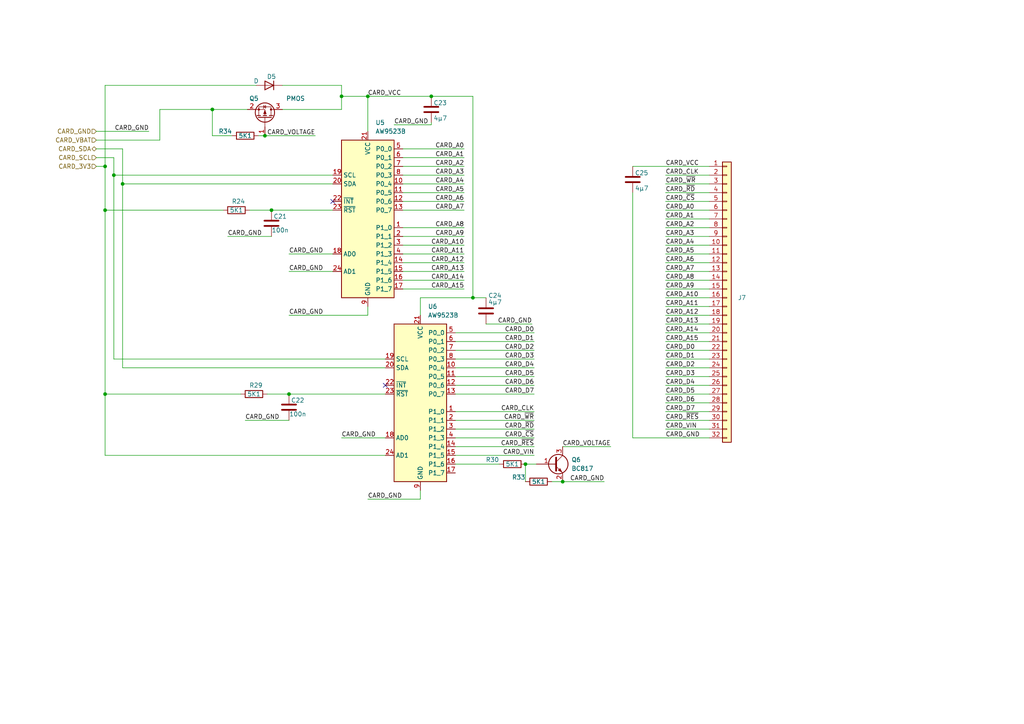
<source format=kicad_sch>
(kicad_sch (version 20231120) (generator "eeschema") (generator_version "8.0")
  (paper "A4")
  (lib_symbols
    (symbol "Connector_Generic:Conn_01x32" (pin_names (offset 1.016) hide)
      (property "Reference" "J" (at 0 40.64 0))
      (property "Value" "Conn_01x32" (at 0 -43.18 0))
      (symbol "Conn_01x32_1_1"
        (rectangle (start -1.27 -40.513) (end 0 -40.767) (stroke (width 0.1524)))
        (rectangle (start -1.27 -37.973) (end 0 -38.227) (stroke (width 0.1524)))
        (rectangle (start -1.27 -35.433) (end 0 -35.687) (stroke (width 0.1524)))
        (rectangle (start -1.27 -32.893) (end 0 -33.147) (stroke (width 0.1524)))
        (rectangle (start -1.27 -30.353) (end 0 -30.607) (stroke (width 0.1524)))
        (rectangle (start -1.27 -27.813) (end 0 -28.067) (stroke (width 0.1524)))
        (rectangle (start -1.27 -25.273) (end 0 -25.527) (stroke (width 0.1524)))
        (rectangle (start -1.27 -22.733) (end 0 -22.987) (stroke (width 0.1524)))
        (rectangle (start -1.27 -20.193) (end 0 -20.447) (stroke (width 0.1524)))
        (rectangle (start -1.27 -17.653) (end 0 -17.907) (stroke (width 0.1524)))
        (rectangle (start -1.27 -15.113) (end 0 -15.367) (stroke (width 0.1524)))
        (rectangle (start -1.27 -12.573) (end 0 -12.827) (stroke (width 0.1524)))
        (rectangle (start -1.27 -10.033) (end 0 -10.287) (stroke (width 0.1524)))
        (rectangle (start -1.27 -7.493) (end 0 -7.747) (stroke (width 0.1524)))
        (rectangle (start -1.27 -4.953) (end 0 -5.207) (stroke (width 0.1524)))
        (rectangle (start -1.27 -2.413) (end 0 -2.667) (stroke (width 0.1524)))
        (rectangle (start -1.27 0.127) (end 0 -0.127) (stroke (width 0.1524)))
        (rectangle (start -1.27 2.667) (end 0 2.413) (stroke (width 0.1524)))
        (rectangle (start -1.27 5.207) (end 0 4.953) (stroke (width 0.1524)))
        (rectangle (start -1.27 7.747) (end 0 7.493) (stroke (width 0.1524)))
        (rectangle (start -1.27 10.287) (end 0 10.033) (stroke (width 0.1524)))
        (rectangle (start -1.27 12.827) (end 0 12.573) (stroke (width 0.1524)))
        (rectangle (start -1.27 15.367) (end 0 15.113) (stroke (width 0.1524)))
        (rectangle (start -1.27 17.907) (end 0 17.653) (stroke (width 0.1524)))
        (rectangle (start -1.27 20.447) (end 0 20.193) (stroke (width 0.1524)))
        (rectangle (start -1.27 22.987) (end 0 22.733) (stroke (width 0.1524)))
        (rectangle (start -1.27 25.527) (end 0 25.273) (stroke (width 0.1524)))
        (rectangle (start -1.27 28.067) (end 0 27.813) (stroke (width 0.1524)))
        (rectangle (start -1.27 30.607) (end 0 30.353) (stroke (width 0.1524)))
        (rectangle (start -1.27 33.147) (end 0 32.893) (stroke (width 0.1524)))
        (rectangle (start -1.27 35.687) (end 0 35.433) (stroke (width 0.1524)))
        (rectangle (start -1.27 38.227) (end 0 37.973) (stroke (width 0.1524)))
        (rectangle (start -1.27 39.37) (end 1.27 -41.91) (stroke (width 0.254)) (fill (type background)))
        (pin passive line (at -5.08 38.1 0) (length 3.81) (name "Pin_1") (number "1"))
        (pin passive line (at -5.08 15.24 0) (length 3.81) (name "Pin_10") (number "10"))
        (pin passive line (at -5.08 12.7 0) (length 3.81) (name "Pin_11") (number "11"))
        (pin passive line (at -5.08 10.16 0) (length 3.81) (name "Pin_12") (number "12"))
        (pin passive line (at -5.08 7.62 0) (length 3.81) (name "Pin_13") (number "13"))
        (pin passive line (at -5.08 5.08 0) (length 3.81) (name "Pin_14") (number "14"))
        (pin passive line (at -5.08 2.54 0) (length 3.81) (name "Pin_15") (number "15"))
        (pin passive line (at -5.08 0 0) (length 3.81) (name "Pin_16") (number "16"))
        (pin passive line (at -5.08 -2.54 0) (length 3.81) (name "Pin_17") (number "17"))
        (pin passive line (at -5.08 -5.08 0) (length 3.81) (name "Pin_18") (number "18"))
        (pin passive line (at -5.08 -7.62 0) (length 3.81) (name "Pin_19") (number "19"))
        (pin passive line (at -5.08 35.56 0) (length 3.81) (name "Pin_2") (number "2"))
        (pin passive line (at -5.08 -10.16 0) (length 3.81) (name "Pin_20") (number "20"))
        (pin passive line (at -5.08 -12.7 0) (length 3.81) (name "Pin_21") (number "21"))
        (pin passive line (at -5.08 -15.24 0) (length 3.81) (name "Pin_22") (number "22"))
        (pin passive line (at -5.08 -17.78 0) (length 3.81) (name "Pin_23") (number "23"))
        (pin passive line (at -5.08 -20.32 0) (length 3.81) (name "Pin_24") (number "24"))
        (pin passive line (at -5.08 -22.86 0) (length 3.81) (name "Pin_25") (number "25"))
        (pin passive line (at -5.08 -25.4 0) (length 3.81) (name "Pin_26") (number "26"))
        (pin passive line (at -5.08 -27.94 0) (length 3.81) (name "Pin_27") (number "27"))
        (pin passive line (at -5.08 -30.48 0) (length 3.81) (name "Pin_28") (number "28"))
        (pin passive line (at -5.08 -33.02 0) (length 3.81) (name "Pin_29") (number "29"))
        (pin passive line (at -5.08 33.02 0) (length 3.81) (name "Pin_3") (number "3"))
        (pin passive line (at -5.08 -35.56 0) (length 3.81) (name "Pin_30") (number "30"))
        (pin passive line (at -5.08 -38.1 0) (length 3.81) (name "Pin_31") (number "31"))
        (pin passive line (at -5.08 -40.64 0) (length 3.81) (name "Pin_32") (number "32"))
        (pin passive line (at -5.08 30.48 0) (length 3.81) (name "Pin_4") (number "4"))
        (pin passive line (at -5.08 27.94 0) (length 3.81) (name "Pin_5") (number "5"))
        (pin passive line (at -5.08 25.4 0) (length 3.81) (name "Pin_6") (number "6"))
        (pin passive line (at -5.08 22.86 0) (length 3.81) (name "Pin_7") (number "7"))
        (pin passive line (at -5.08 20.32 0) (length 3.81) (name "Pin_8") (number "8"))
        (pin passive line (at -5.08 17.78 0) (length 3.81) (name "Pin_9") (number "9"))
      )
    )
    (symbol "Device:C" (pin_numbers hide) (pin_names (offset 0.254))
      (property "Reference" "C" (at 0.635 2.54 0))
      (property "Value" "C" (at 0.635 -2.54 0))
      (symbol "C_0_1"
        (polyline (pts (xy -2.032 -0.762) (xy 2.032 -0.762)) (stroke (width 0.508)))
        (polyline (pts (xy -2.032 0.762) (xy 2.032 0.762)) (stroke (width 0.508)))
      )
      (symbol "C_1_1"
        (pin passive line (at 0 3.81 270) (length 2.794) (name "~") (number "1"))
        (pin passive line (at 0 -3.81 90) (length 2.794) (name "~") (number "2"))
      )
    )
    (symbol "Device:D" (pin_numbers hide) (pin_names (offset 1.016) hide)
      (property "Reference" "D" (at 0 2.54 0))
      (property "Value" "D" (at 0 -2.54 0))
      (symbol "D_0_1"
        (polyline (pts (xy -1.27 1.27) (xy -1.27 -1.27)) (stroke (width 0.254)))
        (polyline (pts (xy 1.27 0) (xy -1.27 0)))
        (polyline (pts (xy 1.27 1.27) (xy 1.27 -1.27) (xy -1.27 0) (xy 1.27 1.27)) (stroke (width 0.254)))
      )
      (symbol "D_1_1"
        (pin passive line (at -3.81 0 0) (length 2.54) (name "K") (number "1"))
        (pin passive line (at 3.81 0 180) (length 2.54) (name "A") (number "2"))
      )
    )
    (symbol "Device:Q_PMOS_GSD" (pin_names (offset 0) hide)
      (property "Reference" "Q" (at 5.08 1.27 0))
      (property "Value" "Q_PMOS_GSD" (at 5.08 -1.27 0))
      (symbol "Q_PMOS_GSD_0_1"
        (polyline (pts (xy 0.254 0) (xy -2.54 0)))
        (polyline (pts (xy 0.254 1.905) (xy 0.254 -1.905)) (stroke (width 0.254)))
        (polyline (pts (xy 0.762 -1.27) (xy 0.762 -2.286)) (stroke (width 0.254)))
        (polyline (pts (xy 0.762 0.508) (xy 0.762 -0.508)) (stroke (width 0.254)))
        (polyline (pts (xy 0.762 2.286) (xy 0.762 1.27)) (stroke (width 0.254)))
        (polyline (pts (xy 2.54 2.54) (xy 2.54 1.778)))
        (polyline (pts (xy 2.54 -2.54) (xy 2.54 0) (xy 0.762 0)))
        (polyline (pts (xy 0.762 1.778) (xy 3.302 1.778) (xy 3.302 -1.778) (xy 0.762 -1.778)))
        (polyline (pts (xy 2.286 0) (xy 1.27 0.381) (xy 1.27 -0.381) (xy 2.286 0)) (fill (type outline)))
        (polyline (pts (xy 2.794 -0.508) (xy 2.921 -0.381) (xy 3.683 -0.381) (xy 3.81 -0.254)))
        (polyline (pts (xy 3.302 -0.381) (xy 2.921 0.254) (xy 3.683 0.254) (xy 3.302 -0.381)))
        (circle (center 1.651 0) (radius 2.794) (stroke (width 0.254)))
        (circle (center 2.54 -1.778) (radius 0.254) (fill (type outline)))
        (circle (center 2.54 1.778) (radius 0.254) (fill (type outline)))
      )
      (symbol "Q_PMOS_GSD_1_1"
        (pin input line (at -5.08 0 0) (length 2.54) (name "G") (number "1"))
        (pin passive line (at 2.54 -5.08 90) (length 2.54) (name "S") (number "2"))
        (pin passive line (at 2.54 5.08 270) (length 2.54) (name "D") (number "3"))
      )
    )
    (symbol "Device:R" (pin_numbers hide) (pin_names (offset 0))
      (property "Reference" "R" (at 2.032 0 90))
      (property "Value" "R" (at 0 0 90))
      (symbol "R_0_1"
        (rectangle (start -1.016 -2.54) (end 1.016 2.54) (stroke (width 0.254)))
      )
      (symbol "R_1_1"
        (pin passive line (at 0 3.81 270) (length 1.27) (name "~") (number "1"))
        (pin passive line (at 0 -3.81 90) (length 1.27) (name "~") (number "2"))
      )
    )
    (symbol "Interface_Expansion:AW9523B"
      (property "Reference" "U" (at -5.08 26.67 0))
      (property "Value" "AW9523B" (at 6.35 26.67 0))
      (symbol "AW9523B_1_1"
        (rectangle (start -7.62 22.86) (end 7.62 -22.86) (stroke (width 0.254)) (fill (type background)))
        (pin bidirectional line (at 10.16 -2.54 180) (length 2.54) (name "P1_0") (number "1"))
        (pin bidirectional line (at 10.16 10.16 180) (length 2.54) (name "P0_4") (number "10"))
        (pin bidirectional line (at 10.16 7.62 180) (length 2.54) (name "P0_5") (number "11"))
        (pin bidirectional line (at 10.16 5.08 180) (length 2.54) (name "P0_6") (number "12"))
        (pin bidirectional line (at 10.16 2.54 180) (length 2.54) (name "P0_7") (number "13"))
        (pin bidirectional line (at 10.16 -12.7 180) (length 2.54) (name "P1_4") (number "14"))
        (pin bidirectional line (at 10.16 -15.24 180) (length 2.54) (name "P1_5") (number "15"))
        (pin bidirectional line (at 10.16 -17.78 180) (length 2.54) (name "P1_6") (number "16"))
        (pin bidirectional line (at 10.16 -20.32 180) (length 2.54) (name "P1_7") (number "17"))
        (pin input line (at -10.16 -10.16 0) (length 2.54) (name "AD0") (number "18"))
        (pin input line (at -10.16 12.7 0) (length 2.54) (name "SCL") (number "19"))
        (pin bidirectional line (at 10.16 -5.08 180) (length 2.54) (name "P1_1") (number "2"))
        (pin bidirectional line (at -10.16 10.16 0) (length 2.54) (name "SDA") (number "20"))
        (pin power_in line (at 0 25.4 270) (length 2.54) (name "VCC") (number "21"))
        (pin open_collector line (at -10.16 5.08 0) (length 2.54) (name "~{INT}") (number "22"))
        (pin input line (at -10.16 2.54 0) (length 2.54) (name "~{RST}") (number "23"))
        (pin input line (at -10.16 -15.24 0) (length 2.54) (name "AD1") (number "24"))
        (pin passive line (at 0 -25.4 90) (length 2.54) hide (name "GND") (number "25"))
        (pin bidirectional line (at 10.16 -7.62 180) (length 2.54) (name "P1_2") (number "3"))
        (pin bidirectional line (at 10.16 -10.16 180) (length 2.54) (name "P1_3") (number "4"))
        (pin bidirectional line (at 10.16 20.32 180) (length 2.54) (name "P0_0") (number "5"))
        (pin bidirectional line (at 10.16 17.78 180) (length 2.54) (name "P0_1") (number "6"))
        (pin bidirectional line (at 10.16 15.24 180) (length 2.54) (name "P0_2") (number "7"))
        (pin bidirectional line (at 10.16 12.7 180) (length 2.54) (name "P0_3") (number "8"))
        (pin power_in line (at 0 -25.4 90) (length 2.54) (name "GND") (number "9"))
      )
    )
    (symbol "Transistor_BJT:BC817" (pin_names (offset 0) hide)
      (property "Reference" "Q" (at 5.08 1.905 0))
      (property "Value" "BC817" (at 5.08 0 0))
      (symbol "BC817_0_1"
        (polyline (pts (xy 0.635 0.635) (xy 2.54 2.54)))
        (polyline (pts (xy 0.635 -0.635) (xy 2.54 -2.54) (xy 2.54 -2.54)))
        (polyline (pts (xy 0.635 1.905) (xy 0.635 -1.905) (xy 0.635 -1.905)) (stroke (width 0.508)))
        (polyline (pts (xy 1.27 -1.778) (xy 1.778 -1.27) (xy 2.286 -2.286) (xy 1.27 -1.778) (xy 1.27 -1.778)) (fill (type outline)))
        (circle (center 1.27 0) (radius 2.8194) (stroke (width 0.254)))
      )
      (symbol "BC817_1_1"
        (pin input line (at -5.08 0 0) (length 5.715) (name "B") (number "1"))
        (pin passive line (at 2.54 -5.08 90) (length 2.54) (name "E") (number "2"))
        (pin passive line (at 2.54 5.08 270) (length 2.54) (name "C") (number "3"))
      )
    )
  )
  (junction (at 106.68 27.94))
  (junction (at 152.4 134.62))
  (junction (at 137.16 86.36))
  (junction (at 33.02 50.8))
  (junction (at 125.095 27.94))
  (junction (at 61.595 31.75))
  (junction (at 78.74 60.96))
  (junction (at 30.48 114.3))
  (junction (at 163.195 139.7))
  (junction (at 76.835 39.37))
  (junction (at 30.48 60.96))
  (junction (at 30.48 48.26))
  (junction (at 83.82 114.3))
  (junction (at 99.06 27.94))
  (junction (at 35.56 53.34))
  (no_connect (at 96.52 58.42))
  (no_connect (at 111.76 111.76))
  (wire (pts (xy 132.08 132.08) (xy 154.94 132.08)))
  (wire (pts (xy 132.08 96.52) (xy 154.94 96.52)))
  (wire (pts (xy 160.02 139.7) (xy 163.195 139.7)))
  (wire (pts (xy 193.04 111.76) (xy 205.74 111.76)))
  (wire (pts (xy 116.84 68.58) (xy 134.62 68.58)))
  (wire (pts (xy 116.84 81.28) (xy 134.62 81.28)))
  (wire (pts (xy 193.04 63.5) (xy 205.74 63.5)))
  (wire (pts (xy 193.04 53.34) (xy 205.74 53.34)))
  (wire (pts (xy 132.08 109.22) (xy 154.94 109.22)))
  (wire (pts (xy 132.08 101.6) (xy 154.94 101.6)))
  (wire (pts (xy 193.04 114.3) (xy 205.74 114.3)))
  (wire (pts (xy 30.48 60.96) (xy 30.48 114.3)))
  (wire (pts (xy 46.355 31.75) (xy 61.595 31.75)))
  (wire (pts (xy 193.04 73.66) (xy 205.74 73.66)))
  (wire (pts (xy 30.48 48.26) (xy 30.48 60.96)))
  (wire (pts (xy 121.92 86.36) (xy 137.16 86.36)))
  (wire (pts (xy 111.76 104.14) (xy 33.02 104.14)))
  (wire (pts (xy 30.48 114.3) (xy 30.48 132.08)))
  (wire (pts (xy 152.4 134.62) (xy 152.4 139.7)))
  (wire (pts (xy 83.82 91.44) (xy 106.68 91.44)))
  (wire (pts (xy 30.48 114.3) (xy 69.85 114.3)))
  (wire (pts (xy 83.82 114.3) (xy 111.76 114.3)))
  (wire (pts (xy 163.195 129.54) (xy 177.165 129.54)))
  (wire (pts (xy 116.84 43.18) (xy 134.62 43.18)))
  (wire (pts (xy 132.08 121.92) (xy 154.94 121.92)))
  (wire (pts (xy 27.94 43.18) (xy 35.56 43.18)))
  (wire (pts (xy 193.04 71.12) (xy 205.74 71.12)))
  (wire (pts (xy 33.02 50.8) (xy 33.02 45.72)))
  (wire (pts (xy 33.02 50.8) (xy 33.02 104.14)))
  (wire (pts (xy 30.48 48.26) (xy 30.48 24.765)))
  (wire (pts (xy 193.04 119.38) (xy 205.74 119.38)))
  (wire (pts (xy 193.04 106.68) (xy 205.74 106.68)))
  (wire (pts (xy 76.835 39.37) (xy 91.44 39.37)))
  (wire (pts (xy 132.08 127) (xy 154.94 127)))
  (wire (pts (xy 193.04 99.06) (xy 205.74 99.06)))
  (wire (pts (xy 183.515 48.26) (xy 205.74 48.26)))
  (wire (pts (xy 74.93 39.37) (xy 76.835 39.37)))
  (wire (pts (xy 77.47 114.3) (xy 83.82 114.3)))
  (wire (pts (xy 193.04 83.82) (xy 205.74 83.82)))
  (wire (pts (xy 193.04 124.46) (xy 205.74 124.46)))
  (wire (pts (xy 35.56 53.34) (xy 35.56 106.68)))
  (wire (pts (xy 193.04 91.44) (xy 205.74 91.44)))
  (wire (pts (xy 183.515 127) (xy 205.74 127)))
  (wire (pts (xy 116.84 53.34) (xy 134.62 53.34)))
  (wire (pts (xy 132.08 111.76) (xy 154.94 111.76)))
  (wire (pts (xy 106.68 27.94) (xy 99.06 27.94)))
  (wire (pts (xy 137.16 86.36) (xy 140.97 86.36)))
  (wire (pts (xy 61.595 39.37) (xy 61.595 31.75)))
  (wire (pts (xy 193.04 58.42) (xy 205.74 58.42)))
  (wire (pts (xy 106.68 88.9) (xy 106.68 91.44)))
  (wire (pts (xy 152.4 134.62) (xy 155.575 134.62)))
  (wire (pts (xy 193.04 86.36) (xy 205.74 86.36)))
  (wire (pts (xy 27.94 40.64) (xy 46.355 40.64)))
  (wire (pts (xy 81.915 31.75) (xy 99.06 31.75)))
  (wire (pts (xy 132.08 99.06) (xy 154.94 99.06)))
  (wire (pts (xy 30.48 60.96) (xy 64.77 60.96)))
  (wire (pts (xy 116.84 58.42) (xy 134.62 58.42)))
  (wire (pts (xy 193.04 104.14) (xy 205.74 104.14)))
  (wire (pts (xy 140.97 93.98) (xy 154.305 93.98)))
  (wire (pts (xy 116.84 71.12) (xy 134.62 71.12)))
  (wire (pts (xy 132.08 119.38) (xy 154.94 119.38)))
  (wire (pts (xy 78.74 60.96) (xy 96.52 60.96)))
  (wire (pts (xy 193.04 88.9) (xy 205.74 88.9)))
  (wire (pts (xy 33.02 50.8) (xy 96.52 50.8)))
  (wire (pts (xy 183.515 55.88) (xy 183.515 127)))
  (wire (pts (xy 137.16 86.36) (xy 137.16 27.94)))
  (wire (pts (xy 193.04 81.28) (xy 205.74 81.28)))
  (wire (pts (xy 132.08 106.68) (xy 154.94 106.68)))
  (wire (pts (xy 116.84 50.8) (xy 134.62 50.8)))
  (wire (pts (xy 193.04 116.84) (xy 205.74 116.84)))
  (wire (pts (xy 132.08 114.3) (xy 154.94 114.3)))
  (wire (pts (xy 116.84 45.72) (xy 134.62 45.72)))
  (wire (pts (xy 193.04 68.58) (xy 205.74 68.58)))
  (wire (pts (xy 30.48 24.765) (xy 74.295 24.765)))
  (wire (pts (xy 27.94 38.1) (xy 43.18 38.1)))
  (wire (pts (xy 27.94 48.26) (xy 30.48 48.26)))
  (wire (pts (xy 193.04 96.52) (xy 205.74 96.52)))
  (wire (pts (xy 116.84 60.96) (xy 134.62 60.96)))
  (wire (pts (xy 132.08 129.54) (xy 154.94 129.54)))
  (wire (pts (xy 46.355 40.64) (xy 46.355 31.75)))
  (wire (pts (xy 83.82 78.74) (xy 96.52 78.74)))
  (wire (pts (xy 125.095 27.94) (xy 106.68 27.94)))
  (wire (pts (xy 106.68 27.94) (xy 106.68 38.1)))
  (wire (pts (xy 30.48 132.08) (xy 111.76 132.08)))
  (wire (pts (xy 61.595 31.75) (xy 71.755 31.75)))
  (wire (pts (xy 106.68 144.78) (xy 121.92 144.78)))
  (wire (pts (xy 116.84 78.74) (xy 134.62 78.74)))
  (wire (pts (xy 132.08 104.14) (xy 154.94 104.14)))
  (wire (pts (xy 193.04 55.88) (xy 205.74 55.88)))
  (wire (pts (xy 121.92 142.24) (xy 121.92 144.78)))
  (wire (pts (xy 35.56 53.34) (xy 96.52 53.34)))
  (wire (pts (xy 193.04 78.74) (xy 205.74 78.74)))
  (wire (pts (xy 99.06 127) (xy 111.76 127)))
  (wire (pts (xy 125.095 35.56) (xy 125.095 36.195)))
  (wire (pts (xy 35.56 53.34) (xy 35.56 43.18)))
  (wire (pts (xy 137.16 27.94) (xy 125.095 27.94)))
  (wire (pts (xy 193.04 101.6) (xy 205.74 101.6)))
  (wire (pts (xy 193.04 60.96) (xy 205.74 60.96)))
  (wire (pts (xy 116.84 66.04) (xy 134.62 66.04)))
  (wire (pts (xy 67.31 39.37) (xy 61.595 39.37)))
  (wire (pts (xy 121.92 86.36) (xy 121.92 91.44)))
  (wire (pts (xy 116.84 73.66) (xy 134.62 73.66)))
  (wire (pts (xy 114.3 36.195) (xy 125.095 36.195)))
  (wire (pts (xy 132.08 134.62) (xy 144.78 134.62)))
  (wire (pts (xy 163.195 139.7) (xy 175.26 139.7)))
  (wire (pts (xy 193.04 93.98) (xy 205.74 93.98)))
  (wire (pts (xy 132.08 124.46) (xy 154.94 124.46)))
  (wire (pts (xy 193.04 121.92) (xy 205.74 121.92)))
  (wire (pts (xy 116.84 76.2) (xy 134.62 76.2)))
  (wire (pts (xy 99.06 24.765) (xy 99.06 27.94)))
  (wire (pts (xy 66.04 68.58) (xy 78.74 68.58)))
  (wire (pts (xy 99.06 27.94) (xy 99.06 31.75)))
  (wire (pts (xy 193.04 66.04) (xy 205.74 66.04)))
  (wire (pts (xy 193.04 109.22) (xy 205.74 109.22)))
  (wire (pts (xy 81.915 24.765) (xy 99.06 24.765)))
  (wire (pts (xy 193.04 76.2) (xy 205.74 76.2)))
  (wire (pts (xy 72.39 60.96) (xy 78.74 60.96)))
  (wire (pts (xy 111.76 106.68) (xy 35.56 106.68)))
  (wire (pts (xy 27.94 45.72) (xy 33.02 45.72)))
  (wire (pts (xy 83.82 73.66) (xy 96.52 73.66)))
  (wire (pts (xy 116.84 83.82) (xy 134.62 83.82)))
  (wire (pts (xy 116.84 48.26) (xy 134.62 48.26)))
  (wire (pts (xy 193.04 50.8) (xy 205.74 50.8)))
  (wire (pts (xy 116.84 55.88) (xy 134.62 55.88)))
  (wire (pts (xy 71.12 121.92) (xy 83.82 121.92)))
  (label "CARD_A4" (at 193.04 71.12 0))
  (label "CARD_D1" (at 154.94 99.06 180))
  (label "CARD_GND" (at 83.82 78.74 0))
  (label "CARD_GND" (at 175.26 139.7 180))
  (label "CARD_~{WR}" (at 193.04 53.34 0))
  (label "CARD_A7" (at 193.04 78.74 0))
  (label "CARD_~{RES}" (at 154.94 129.54 180))
  (label "CARD_D4" (at 154.94 106.68 180))
  (label "CARD_D0" (at 154.94 96.52 180))
  (label "CARD_CLK" (at 193.04 50.8 0))
  (label "CARD_A9" (at 193.04 83.82 0))
  (label "CARD_D5" (at 193.04 114.3 0))
  (label "CARD_A15" (at 193.04 99.06 0))
  (label "CARD_GND" (at 114.3 36.195 0))
  (label "CARD_D2" (at 154.94 101.6 180))
  (label "CARD_D5" (at 154.94 109.22 180))
  (label "CARD_A3" (at 193.04 68.58 0))
  (label "CARD_D7" (at 193.04 119.38 0))
  (label "CARD_VCC" (at 193.04 48.26 0))
  (label "CARD_VCC" (at 106.68 27.94 0))
  (label "CARD_A10" (at 193.04 86.36 0))
  (label "CARD_A5" (at 134.62 55.88 180))
  (label "CARD_A1" (at 193.04 63.5 0))
  (label "CARD_GND" (at 193.04 127 0))
  (label "CARD_D0" (at 193.04 101.6 0))
  (label "CARD_~{WR}" (at 154.94 121.92 180))
  (label "CARD_D3" (at 154.94 104.14 180))
  (label "CARD_A14" (at 134.62 81.28 180))
  (label "CARD_~{CS}" (at 154.94 127 180))
  (label "CARD_A14" (at 193.04 96.52 0))
  (label "CARD_A12" (at 193.04 91.44 0))
  (label "CARD_GND" (at 106.68 144.78 0))
  (label "CARD_A7" (at 134.62 60.96 180))
  (label "CARD_~{CS}" (at 193.04 58.42 0))
  (label "CARD_GND" (at 99.06 127 0))
  (label "CARD_D3" (at 193.04 109.22 0))
  (label "CARD_A11" (at 134.62 73.66 180))
  (label "CARD_VOLTAGE" (at 91.44 39.37 180))
  (label "CARD_A5" (at 193.04 73.66 0))
  (label "CARD_GND" (at 66.04 68.58 0))
  (label "CARD_VIN" (at 154.94 132.08 180))
  (label "CARD_VIN" (at 193.04 124.46 0))
  (label "CARD_D6" (at 154.94 111.76 180))
  (label "CARD_A10" (at 134.62 71.12 180))
  (label "CARD_A2" (at 134.62 48.26 180))
  (label "CARD_A6" (at 193.04 76.2 0))
  (label "CARD_A11" (at 193.04 88.9 0))
  (label "CARD_GND" (at 71.12 121.92 0))
  (label "CARD_A0" (at 193.04 60.96 0))
  (label "CARD_GND" (at 83.82 91.44 0))
  (label "CARD_D2" (at 193.04 106.68 0))
  (label "CARD_A0" (at 134.62 43.18 180))
  (label "CARD_D6" (at 193.04 116.84 0))
  (label "CARD_CLK" (at 154.94 119.38 180))
  (label "CARD_A1" (at 134.62 45.72 180))
  (label "CARD_D7" (at 154.94 114.3 180))
  (label "CARD_GND" (at 83.82 73.66 0))
  (label "CARD_VOLTAGE" (at 177.165 129.54 180))
  (label "CARD_~{RD}" (at 193.04 55.88 0))
  (label "CARD_A6" (at 134.62 58.42 180))
  (label "CARD_A4" (at 134.62 53.34 180))
  (label "CARD_A9" (at 134.62 68.58 180))
  (label "CARD_A2" (at 193.04 66.04 0))
  (label "CARD_~{RES}" (at 193.04 121.92 0))
  (label "CARD_D1" (at 193.04 104.14 0))
  (label "CARD_A3" (at 134.62 50.8 180))
  (label "CARD_A8" (at 193.04 81.28 0))
  (label "CARD_A13" (at 193.04 93.98 0))
  (label "CARD_~{RD}" (at 154.94 124.46 180))
  (label "CARD_A13" (at 134.62 78.74 180))
  (label "CARD_GND" (at 154.305 93.98 180))
  (label "CARD_GND" (at 43.18 38.1 180))
  (label "CARD_D4" (at 193.04 111.76 0))
  (label "CARD_A8" (at 134.62 66.04 180))
  (label "CARD_A12" (at 134.62 76.2 180))
  (label "CARD_A15" (at 134.62 83.82 180))
  (hierarchical_label "CARD_SDA" (shape bidirectional) (at 27.94 43.18 180))
  (hierarchical_label "CARD_GND" (shape input) (at 27.94 38.1 180))
  (hierarchical_label "CARD_SCL" (shape input) (at 27.94 45.72 180))
  (hierarchical_label "CARD_3V3" (shape input) (at 27.94 48.26 180))
  (hierarchical_label "CARD_VBAT" (shape input) (at 27.94 40.64 180))
  (symbol (lib_id "Device:D") (at 78.105 24.765 180) (unit 1)
    (property "Reference" "D5" (at 78.74 22.225 0))
    (property "Value" "D" (at 74.295 23.495 0))
    (property "Footprint" "Diode_SMD:Nexperia_CFP3_SOD-123W" (effects (hide yes)))
    (property "Description" "Diode" (effects (hide yes)))
    (property "Sim.Device" "D" (effects (hide yes)))
    (property "Sim.Pins" "1=K 2=A" (effects (hide yes)))
    (property "LCSC" "C5120763" (effects (hide yes)))
    (property "SOURCED" "ok" (effects (hide yes)))
  )
  (symbol (lib_id "Device:R") (at 148.59 134.62 90) (unit 1)
    (property "Reference" "R30" (at 144.78 133.35 90) (effects (justify left)))
    (property "Value" "5K1" (at 148.59 134.62 90))
    (property "Footprint" "Resistor_SMD:R_0603_1608Metric" (effects (hide yes)))
    (property "LCSC" "C26000" (effects (hide yes)))
    (property "SOURCED" "ok" (effects (hide yes)))
  )
  (symbol (lib_id "Interface_Expansion:AW9523B") (at 121.92 116.84 0) (unit 1)
    (property "Reference" "U6" (at 124.1141 88.9 0) (effects (justify left)))
    (property "Value" "AW9523B" (at 124.1141 91.44 0) (effects (justify left)))
    (property "Footprint" "Package_DFN_QFN:QFN-24-1EP_4x4mm_P0.5mm_EP2.7x2.7mm" (effects (hide yes)))
    (property "Datasheet" "https://cdn-shop.adafruit.com/product-files/4886/AW9523+English+Datasheet.pdf" (effects (hide yes)))
    (property "Description" "16 multi-function led driver and gpio controller with i2c interface" (effects (hide yes)))
    (property "LCSC" "C148077" (effects (hide yes)))
  )
  (symbol (lib_id "Device:R") (at 73.66 114.3 90) (unit 1)
    (property "Reference" "R29" (at 76.2 111.76 90) (effects (justify left)))
    (property "Value" "5K1" (at 73.66 114.3 90))
    (property "Footprint" "Resistor_SMD:R_0603_1608Metric" (effects (hide yes)))
    (property "LCSC" "C26000" (effects (hide yes)))
    (property "SOURCED" "ok" (effects (hide yes)))
  )
  (symbol (lib_id "Connector_Generic:Conn_01x32") (at 210.82 86.36 0) (unit 1)
    (property "Reference" "J7" (at 213.995 86.3599 0) (effects (justify left)))
    (property "Value" "Conn_01x32" (effects (hide yes)))
    (property "Footprint" "TheBrutzlers_Lib:DMG_01_CARDRIDGE_CONNECTOR" (effects (hide yes)))
    (property "Description" "Generic connector, single row, 01x32, script generated (kicad-library-utils/schlib/autogen/connector/)" (effects (hide yes)))
  )
  (symbol (lib_id "Device:C") (at 125.095 31.75 0) (unit 1)
    (property "Reference" "C23" (at 125.73 29.845 0) (effects (justify left)))
    (property "Value" "4µ7" (at 125.73 34.29 0) (effects (justify left)))
    (property "Footprint" "Capacitor_SMD:C_0603_1608Metric" (effects (hide yes)))
    (property "Description" "25V" (effects (hide yes)))
    (property "LCSC" "C69335" (effects (hide yes)))
    (property "SOURCED" "ok" (effects (hide yes)))
  )
  (symbol (lib_id "Device:C") (at 183.515 52.07 0) (unit 1)
    (property "Reference" "C25" (at 184.15 50.165 0) (effects (justify left)))
    (property "Value" "4µ7" (at 184.15 54.61 0) (effects (justify left)))
    (property "Footprint" "Capacitor_SMD:C_0603_1608Metric" (effects (hide yes)))
    (property "Description" "25V" (effects (hide yes)))
    (property "LCSC" "C69335" (effects (hide yes)))
    (property "SOURCED" "ok" (effects (hide yes)))
  )
  (symbol (lib_id "Device:Q_PMOS_GSD") (at 76.835 34.29 270) (mirror x) (unit 1)
    (property "Reference" "Q5" (at 73.66 28.575 90))
    (property "Value" "PMOS" (at 85.725 28.575 90))
    (property "Footprint" "Package_TO_SOT_SMD:SOT-323_SC-70" (effects (hide yes)))
    (property "Description" "P-MOSFET transistor, gate/source/drain" (effects (hide yes)))
    (property "LCSC" "C19078062" (effects (hide yes)))
    (property "SOURCED" "ok" (effects (hide yes)))
  )
  (symbol (lib_id "Device:C") (at 78.74 64.77 180) (unit 1)
    (property "Reference" "C21" (at 81.28 63.5 0) (effects (justify top)))
    (property "Value" "100n" (at 81.28 66.04 0) (effects (justify bottom)))
    (property "Footprint" "Capacitor_SMD:C_0603_1608Metric" (effects (hide yes)))
    (property "Description" "50V" (effects (hide yes)))
    (property "LCSC" "C30926" (effects (hide yes)))
    (property "SOURCED" "ok" (effects (hide yes)))
  )
  (symbol (lib_id "Device:R") (at 68.58 60.96 90) (unit 1)
    (property "Reference" "R24" (at 71.12 58.42 90) (effects (justify left)))
    (property "Value" "5K1" (at 68.58 60.96 90))
    (property "Footprint" "Resistor_SMD:R_0603_1608Metric" (effects (hide yes)))
    (property "LCSC" "C26000" (effects (hide yes)))
    (property "SOURCED" "ok" (effects (hide yes)))
  )
  (symbol (lib_id "Transistor_BJT:BC817") (at 160.655 134.62 0) (unit 1)
    (property "Reference" "Q6" (at 165.735 133.3499 0) (effects (justify left)))
    (property "Value" "BC817" (at 165.735 135.8899 0) (effects (justify left)))
    (property "Footprint" "Package_TO_SOT_SMD:SOT-323_SC-70" (effects (hide yes)))
    (property "Datasheet" "https://www.onsemi.com/pub/Collateral/BC818-D.pdf" (effects (hide yes)))
    (property "Description" "0.8A Ic, 45V Vce, NPN Transistor, SOT-23" (effects (hide yes)))
    (property "LCSC" "C605312" (effects (hide yes)))
    (property "SOURCED" "ok" (effects (hide yes)))
  )
  (symbol (lib_id "Device:R") (at 156.21 139.7 90) (unit 1)
    (property "Reference" "R33" (at 152.4 138.43 90) (effects (justify left)))
    (property "Value" "5K1" (at 156.21 139.7 90))
    (property "Footprint" "Resistor_SMD:R_0603_1608Metric" (effects (hide yes)))
    (property "LCSC" "C26000" (effects (hide yes)))
    (property "SOURCED" "ok" (effects (hide yes)))
  )
  (symbol (lib_id "Interface_Expansion:AW9523B") (at 106.68 63.5 0) (unit 1)
    (property "Reference" "U5" (at 108.8741 35.56 0) (effects (justify left)))
    (property "Value" "AW9523B" (at 108.8741 38.1 0) (effects (justify left)))
    (property "Footprint" "Package_DFN_QFN:QFN-24-1EP_4x4mm_P0.5mm_EP2.7x2.7mm" (effects (hide yes)))
    (property "Datasheet" "https://cdn-shop.adafruit.com/product-files/4886/AW9523+English+Datasheet.pdf" (effects (hide yes)))
    (property "Description" "16 multi-function led driver and gpio controller with i2c interface" (effects (hide yes)))
    (property "LCSC" "C148077" (effects (hide yes)))
  )
  (symbol (lib_id "Device:R") (at 71.12 39.37 90) (unit 1)
    (property "Reference" "R34" (at 67.31 38.1 90) (effects (justify left)))
    (property "Value" "5K1" (at 71.12 39.37 90))
    (property "Footprint" "Resistor_SMD:R_0603_1608Metric" (effects (hide yes)))
    (property "LCSC" "C26000" (effects (hide yes)))
    (property "SOURCED" "ok" (effects (hide yes)))
  )
  (symbol (lib_id "Device:C") (at 140.97 90.17 0) (unit 1)
    (property "Reference" "C24" (at 141.605 85.725 0) (effects (justify left)))
    (property "Value" "4µ7" (at 141.605 87.63 0) (effects (justify left)))
    (property "Footprint" "Capacitor_SMD:C_0603_1608Metric" (effects (hide yes)))
    (property "Description" "25V" (effects (hide yes)))
    (property "LCSC" "C69335" (effects (hide yes)))
    (property "SOURCED" "ok" (effects (hide yes)))
  )
  (symbol (lib_id "Device:C") (at 83.82 118.11 180) (unit 1)
    (property "Reference" "C22" (at 86.36 116.84 0) (effects (justify top)))
    (property "Value" "100n" (at 86.36 119.38 0) (effects (justify bottom)))
    (property "Footprint" "Capacitor_SMD:C_0603_1608Metric" (effects (hide yes)))
    (property "Description" "50V" (effects (hide yes)))
    (property "LCSC" "C30926" (effects (hide yes)))
    (property "SOURCED" "ok" (effects (hide yes)))
  )
)
</source>
